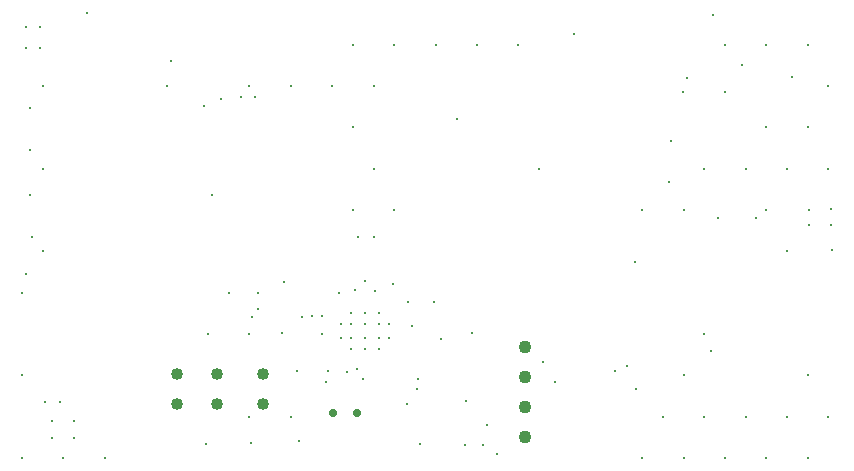
<source format=gbr>
%TF.GenerationSoftware,Altium Limited,Altium Designer,25.4.2 (15)*%
G04 Layer_Color=0*
%FSLAX45Y45*%
%MOMM*%
%TF.SameCoordinates,3CA1961E-9661-47C5-9BAE-CD2B19B8C498*%
%TF.FilePolarity,Positive*%
%TF.FileFunction,Plated,1,4,PTH,Drill*%
%TF.Part,Single*%
G01*
G75*
%TA.AperFunction,ComponentDrill*%
%ADD88C,0.70000*%
%ADD89C,1.02000*%
%ADD90C,1.10000*%
%TA.AperFunction,ViaDrill,NotFilled*%
%ADD91C,0.30000*%
%ADD92C,0.20000*%
D88*
X10681331Y5284549D02*
D03*
X10881331D02*
D03*
D89*
X9360000Y5607000D02*
D03*
Y5353000D02*
D03*
X10085450Y5354764D02*
D03*
Y5608764D02*
D03*
X9700000Y5353000D02*
D03*
Y5607000D02*
D03*
D90*
X12306300Y5588000D02*
D03*
Y5842000D02*
D03*
Y5334000D02*
D03*
Y5080000D02*
D03*
D91*
X14700003Y8400001D02*
D03*
X14875003Y8050001D02*
D03*
X14700003Y7700001D02*
D03*
X14875003Y7350001D02*
D03*
X14700003Y5600001D02*
D03*
X14875003Y5250001D02*
D03*
X14700003Y4900001D02*
D03*
X14350003Y8400001D02*
D03*
Y7700001D02*
D03*
X14525002Y7350001D02*
D03*
X14350003Y7000001D02*
D03*
X14525002Y6650001D02*
D03*
Y5250001D02*
D03*
X14350003Y4900001D02*
D03*
X14000002Y8400001D02*
D03*
X14175002Y7350001D02*
D03*
Y5250001D02*
D03*
X14000002Y4900001D02*
D03*
X13825002Y7350001D02*
D03*
X13650002Y7000001D02*
D03*
X13825002Y5950001D02*
D03*
X13650002Y5600001D02*
D03*
X13825002Y5250001D02*
D03*
X13650002Y4900001D02*
D03*
X13300002Y7000001D02*
D03*
X13475002Y5250001D02*
D03*
X13300002Y4900001D02*
D03*
X12250002Y8400001D02*
D03*
X12425002Y7350001D02*
D03*
X11900002Y8400001D02*
D03*
X11550002D02*
D03*
X11200002D02*
D03*
Y7000001D02*
D03*
X10850002Y8400001D02*
D03*
X11025002Y8050001D02*
D03*
X10850002Y7700001D02*
D03*
X11025002Y7350001D02*
D03*
X10850002Y7000001D02*
D03*
X10675002Y8050001D02*
D03*
X10325002D02*
D03*
Y5250001D02*
D03*
X9975002Y8050001D02*
D03*
X9800002Y6300001D02*
D03*
X9975002Y5950001D02*
D03*
Y5250001D02*
D03*
X9625002Y5950001D02*
D03*
X9275002Y8050001D02*
D03*
X8750002Y4900001D02*
D03*
X8400001D02*
D03*
X8225001Y8050001D02*
D03*
Y7350001D02*
D03*
Y6650001D02*
D03*
X8050001Y6300001D02*
D03*
Y5600001D02*
D03*
Y4900001D02*
D03*
X11420000Y5020000D02*
D03*
X11810000Y5380000D02*
D03*
X10374359Y5633536D02*
D03*
X10890000Y6770000D02*
D03*
X11030000D02*
D03*
X13250000Y5480000D02*
D03*
X14910001Y6660000D02*
D03*
X14260001Y6930000D02*
D03*
X13939999D02*
D03*
X13539999Y7580000D02*
D03*
X13530000Y7240000D02*
D03*
X13680000Y8120000D02*
D03*
X14570000Y8130000D02*
D03*
X13900000Y8650000D02*
D03*
X10020000Y7960000D02*
D03*
X9900000D02*
D03*
X8120000Y7860000D02*
D03*
Y7510000D02*
D03*
Y7130000D02*
D03*
X8130000Y6770000D02*
D03*
X8080000Y6460000D02*
D03*
X8240000Y5370000D02*
D03*
X8370000D02*
D03*
X10252790Y5954410D02*
D03*
X10050000Y6160000D02*
D03*
Y6300000D02*
D03*
X13641495Y8000589D02*
D03*
X11040092Y6311323D02*
D03*
X14900000Y6870000D02*
D03*
X14710001D02*
D03*
Y7000000D02*
D03*
X14900000Y7010000D02*
D03*
X8490000Y5070000D02*
D03*
X8300000D02*
D03*
Y5210000D02*
D03*
X8490000D02*
D03*
X10950000Y6400000D02*
D03*
X11390000Y5480000D02*
D03*
X10504046Y6101306D02*
D03*
X9590000Y7880000D02*
D03*
X9730800Y7939200D02*
D03*
X9657700Y7130000D02*
D03*
X10270000Y6390000D02*
D03*
X10870000Y6320000D02*
D03*
X10728860Y6295458D02*
D03*
X11540000Y6220000D02*
D03*
X11320000D02*
D03*
X11190000Y6370000D02*
D03*
X11730000Y7770000D02*
D03*
X10420000Y6090000D02*
D03*
X10940000Y5570000D02*
D03*
X10881801Y5652755D02*
D03*
X10640000Y5640000D02*
D03*
X10800000Y5630000D02*
D03*
X10620000Y5540000D02*
D03*
X13880000Y5810000D02*
D03*
X13239999Y6560000D02*
D03*
X11860000Y5960000D02*
D03*
X12460000Y5710000D02*
D03*
X11600000Y5910000D02*
D03*
X11350000Y6020000D02*
D03*
X13170000Y5680000D02*
D03*
X13070000Y5640000D02*
D03*
X12563289Y5541482D02*
D03*
X11990000Y5180000D02*
D03*
X11800000Y5010000D02*
D03*
X11950000D02*
D03*
X10590000Y6102900D02*
D03*
X10591186Y5946113D02*
D03*
X10000000Y6090000D02*
D03*
X14000000Y8000000D02*
D03*
X14147267Y8231124D02*
D03*
X9310000Y8260000D02*
D03*
X8595933Y8670505D02*
D03*
X8200000Y8370000D02*
D03*
X8080000D02*
D03*
X8200000Y8550000D02*
D03*
X8080000D02*
D03*
X11310000Y5360000D02*
D03*
X11400000Y5570000D02*
D03*
X12070000Y4930000D02*
D03*
X10390000Y5040000D02*
D03*
X9990000Y5030000D02*
D03*
X9610000Y5020000D02*
D03*
X12720000Y8490000D02*
D03*
D92*
X11158800Y6036700D02*
D03*
Y5913700D02*
D03*
X10748801Y6036700D02*
D03*
Y5913700D02*
D03*
X10953801Y6036700D02*
D03*
Y5913700D02*
D03*
X11069801Y6036700D02*
D03*
Y5913700D02*
D03*
X10837801Y6036700D02*
D03*
Y5913700D02*
D03*
Y6130200D02*
D03*
Y5820200D02*
D03*
X11069801Y6130200D02*
D03*
Y5820200D02*
D03*
X10953801Y6130200D02*
D03*
Y5820200D02*
D03*
%TF.MD5,259f1ccc9e03a3eabe896792e80cb57c*%
M02*

</source>
